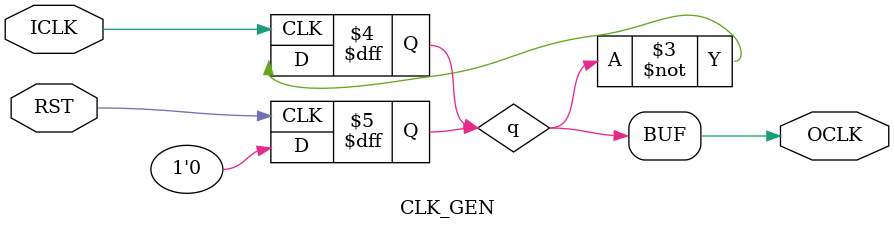
<source format=v>
module CLK_GEN(
	input	wire	ICLK,
	input	wire	RST,
	output	wire	OCLK
);
	reg q;
	
	always@(posedge RST)	q <= 1'b0;
	always@(posedge ICLK)	q <= ~q;
	
	assign OCLK = q;
	
endmodule
	

</source>
